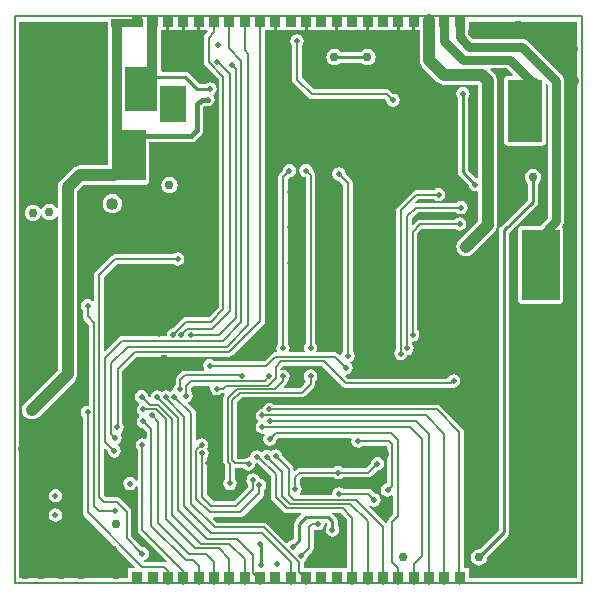
<source format=gbl>
%FSLAX25Y25*%
%MOIN*%
G70*
G01*
G75*
G04 Layer_Physical_Order=2*
G04 Layer_Color=16711680*
%ADD10C,0.01500*%
%ADD11C,0.00800*%
%ADD12C,0.01000*%
%ADD13R,0.07874X0.07874*%
%ADD14O,0.01969X0.03543*%
%ADD15R,0.01969X0.03543*%
%ADD16O,0.01969X0.03543*%
%ADD17R,0.03937X0.05118*%
%ADD18R,0.02362X0.02362*%
%ADD19R,0.02756X0.03347*%
%ADD20R,0.02362X0.02362*%
%ADD21R,0.03347X0.02756*%
%ADD22R,0.07874X0.07874*%
%ADD23R,0.01181X0.01378*%
%ADD24R,0.00984X0.01378*%
%ADD25R,0.01181X0.01181*%
%ADD26R,0.03937X0.03150*%
%ADD27R,0.07874X0.06000*%
%ADD28R,0.07000X0.03150*%
%ADD29R,0.08268X0.02756*%
%ADD30R,0.04843X0.02559*%
%ADD31R,0.03347X0.01575*%
%ADD32R,0.11811X0.08661*%
%ADD33R,0.05906X0.03937*%
%ADD34R,0.03937X0.02362*%
%ADD35O,0.04724X0.00984*%
%ADD36O,0.00984X0.04724*%
%ADD37O,0.01772X0.04724*%
%ADD38O,0.04724X0.01772*%
%ADD39R,0.01772X0.04724*%
%ADD40R,0.06693X0.07874*%
%ADD41R,0.15748X0.09843*%
%ADD42R,0.07087X0.08661*%
%ADD43O,0.05906X0.09843*%
%ADD44R,0.05315X0.02559*%
%ADD45R,0.02362X0.03937*%
%ADD46R,0.02362X0.05906*%
%ADD47R,0.09843X0.01969*%
%ADD48R,0.03150X0.03937*%
%ADD49R,0.11811X0.09843*%
%ADD50O,0.02362X0.07087*%
%ADD51O,0.07087X0.02362*%
%ADD52C,0.02000*%
%ADD53C,0.03000*%
%ADD54C,0.04000*%
%ADD55C,0.00500*%
%ADD56C,0.00600*%
%ADD57R,0.13900X0.08300*%
%ADD58R,0.12600X0.12100*%
%ADD59R,0.08000X0.21700*%
%ADD60R,0.12900X0.12000*%
%ADD61R,0.20000X0.24300*%
%ADD62R,0.17900X0.23800*%
%ADD63R,0.03543X0.03937*%
%ADD64C,0.02000*%
%ADD65C,0.03000*%
%ADD66C,0.04000*%
%ADD67R,0.01969X0.07874*%
%ADD68R,0.08800X0.12000*%
%ADD69R,0.11500X0.17000*%
%ADD70R,0.03600X0.47300*%
%ADD71R,0.10500X0.02800*%
%ADD72R,0.03700X0.17600*%
%ADD73R,0.06000X0.01400*%
%ADD74R,0.10800X0.14700*%
%ADD75R,0.11600X0.20800*%
%ADD76R,0.12800X0.23400*%
G36*
X65157Y65284D02*
X65036Y64675D01*
X65206Y63816D01*
X65693Y63089D01*
X66420Y62603D01*
X67279Y62432D01*
X68137Y62603D01*
X68865Y63089D01*
X68903Y63146D01*
X69400D01*
X69529Y63171D01*
X69901Y62799D01*
X69916Y62777D01*
X69587Y62285D01*
X69471Y61700D01*
Y57000D01*
X69471Y57000D01*
X69471D01*
Y40300D01*
X69587Y39715D01*
X69919Y39219D01*
X70171Y38967D01*
Y34724D01*
X70114Y34686D01*
X69628Y33958D01*
X69457Y33100D01*
X69628Y32242D01*
X70114Y31514D01*
X70842Y31028D01*
X71700Y30857D01*
X72558Y31028D01*
X73286Y31514D01*
X73772Y32242D01*
X73943Y33100D01*
X73772Y33958D01*
X73286Y34686D01*
X73229Y34724D01*
Y38131D01*
X73400Y38271D01*
X76140D01*
X76314Y38010D01*
X77042Y37524D01*
X77900Y37353D01*
X78758Y37524D01*
X79486Y38010D01*
X79972Y38738D01*
X80114Y39451D01*
X80530Y39729D01*
X80600Y39715D01*
X80998Y39794D01*
X85269Y35524D01*
Y28600D01*
X85269Y28600D01*
X85269D01*
X85393Y27976D01*
X85747Y27446D01*
X89521Y23672D01*
X90051Y23318D01*
X90675Y23194D01*
X95189D01*
X95381Y22732D01*
X93574Y20926D01*
X93199Y20363D01*
X93067Y19700D01*
Y14818D01*
X92340Y14091D01*
X91742Y13972D01*
X91014Y13486D01*
X90893Y13306D01*
X90396Y13257D01*
X84099Y19554D01*
X83570Y19907D01*
X82946Y20031D01*
X67276D01*
X66000Y21307D01*
X66192Y21769D01*
X75100D01*
X75724Y21893D01*
X76253Y22246D01*
X82653Y28646D01*
X83007Y29176D01*
X83131Y29800D01*
X83131Y29800D01*
X83131Y29800D01*
Y29800D01*
Y30982D01*
X83572Y31642D01*
X83743Y32500D01*
X83572Y33358D01*
X83086Y34086D01*
X82358Y34572D01*
X81500Y34743D01*
X81437Y34731D01*
X81372Y35058D01*
X80886Y35786D01*
X80158Y36272D01*
X79300Y36443D01*
X78442Y36272D01*
X77714Y35786D01*
X77228Y35058D01*
X77057Y34200D01*
X77228Y33342D01*
X77669Y32682D01*
Y31976D01*
X73024Y27331D01*
X65976D01*
X63931Y29376D01*
Y41682D01*
X64372Y42342D01*
X64543Y43200D01*
X64372Y44058D01*
X63994Y44625D01*
X64272Y45042D01*
X64443Y45900D01*
X64272Y46758D01*
X63786Y47486D01*
X63058Y47972D01*
X62200Y48143D01*
X61342Y47972D01*
X60772Y47592D01*
X60331Y47828D01*
Y56411D01*
X60207Y57035D01*
X59854Y57565D01*
X57635Y59783D01*
X57780Y60261D01*
X57901Y60285D01*
X58629Y60771D01*
X59115Y61499D01*
X59286Y62357D01*
X59115Y63216D01*
X58629Y63944D01*
X58572Y63981D01*
Y64909D01*
X59333Y65671D01*
X64840D01*
X65157Y65284D01*
D02*
G37*
G36*
X110770Y21023D02*
Y4837D01*
X96232D01*
Y6745D01*
X96198Y6916D01*
X96258Y6928D01*
X96986Y7414D01*
X97472Y8142D01*
X97627Y8920D01*
X99054Y10346D01*
X99407Y10876D01*
X99531Y11500D01*
Y17505D01*
X99972Y17741D01*
X100142Y17628D01*
X101000Y17457D01*
X101858Y17628D01*
X102586Y18114D01*
X103072Y18842D01*
X103243Y19700D01*
X103227Y19780D01*
X103415Y20009D01*
X103915Y20034D01*
X104067Y19882D01*
Y18966D01*
X103728Y18458D01*
X103557Y17600D01*
X103728Y16742D01*
X104214Y16014D01*
X104942Y15528D01*
X105800Y15357D01*
X106658Y15528D01*
X107386Y16014D01*
X107872Y16742D01*
X108043Y17600D01*
X107872Y18458D01*
X107533Y18966D01*
Y20600D01*
X107401Y21263D01*
X107026Y21826D01*
X105726Y23126D01*
X105746Y23194D01*
X108599D01*
X110770Y21023D01*
D02*
G37*
G36*
X133374Y184139D02*
X134872D01*
Y174100D01*
X134982Y173265D01*
X135305Y172486D01*
X135818Y171818D01*
X140718Y166918D01*
X141386Y166405D01*
X142165Y166082D01*
X143000Y165972D01*
X154263D01*
X154372Y165863D01*
Y135144D01*
X153986Y134827D01*
X153660Y134891D01*
X151033Y137518D01*
Y161634D01*
X151372Y162142D01*
X151543Y163000D01*
X151372Y163858D01*
X150886Y164586D01*
X150158Y165072D01*
X149300Y165243D01*
X148442Y165072D01*
X147714Y164586D01*
X147228Y163858D01*
X147057Y163000D01*
X147228Y162142D01*
X147567Y161634D01*
Y136800D01*
X147699Y136137D01*
X148074Y135574D01*
X148074Y135574D01*
X148074Y135574D01*
X151209Y132440D01*
X151328Y131842D01*
X151814Y131114D01*
X152542Y130628D01*
X153400Y130457D01*
X153986Y130573D01*
X154372Y130256D01*
Y120637D01*
X148018Y114282D01*
X147505Y113614D01*
X147182Y112835D01*
X147072Y112000D01*
X147182Y111165D01*
X147505Y110386D01*
X148018Y109718D01*
X148686Y109205D01*
X149465Y108882D01*
X150300Y108772D01*
X151135Y108882D01*
X151914Y109205D01*
X152582Y109718D01*
X159882Y117018D01*
X160395Y117686D01*
X160718Y118465D01*
X160718Y118465D01*
X160718Y118465D01*
X160828Y119300D01*
Y167200D01*
X160828Y167200D01*
X160828Y167200D01*
Y167200D01*
X160828D01*
X160828Y167200D01*
X160718Y168035D01*
X160395Y168814D01*
X159882Y169482D01*
X158350Y171015D01*
X158541Y171477D01*
X163772D01*
X165863Y169385D01*
X165672Y168923D01*
X164200D01*
X163732Y168830D01*
X163335Y168565D01*
X163070Y168168D01*
X162977Y167700D01*
Y146900D01*
X163070Y146432D01*
X163335Y146035D01*
X163732Y145770D01*
X164200Y145677D01*
X175800D01*
X176268Y145770D01*
X176665Y146035D01*
X176930Y146432D01*
X177023Y146900D01*
Y166172D01*
X177261Y166270D01*
X177677Y165992D01*
Y121608D01*
X174893Y118824D01*
X168800D01*
X168332Y118730D01*
X167935Y118465D01*
X167670Y118068D01*
X167577Y117600D01*
Y94200D01*
X167670Y93732D01*
X167935Y93335D01*
X168332Y93070D01*
X168800Y92976D01*
X181600D01*
X182068Y93070D01*
X182465Y93335D01*
X182730Y93732D01*
X182824Y94200D01*
Y117600D01*
X182730Y118068D01*
X182465Y118465D01*
X182428Y118688D01*
X182758Y119118D01*
X183030Y119775D01*
X183123Y120480D01*
Y167300D01*
X183041Y167923D01*
X183030Y168005D01*
X182758Y168662D01*
X182326Y169226D01*
X171026Y180526D01*
X170462Y180958D01*
X169805Y181230D01*
X169100Y181323D01*
X152628D01*
X150923Y183028D01*
Y184139D01*
X151200D01*
Y186837D01*
X187498D01*
Y1478D01*
X151200D01*
Y4837D01*
X149731D01*
Y20000D01*
X149731Y20000D01*
X149731Y20000D01*
Y20000D01*
Y50200D01*
X149607Y50824D01*
X149253Y51354D01*
X141747Y58860D01*
X141218Y59214D01*
X140594Y59338D01*
X86312D01*
X85652Y59779D01*
X84794Y59949D01*
X83935Y59779D01*
X83208Y59292D01*
X82721Y58565D01*
X82600Y57954D01*
X82462Y57981D01*
X81604Y57810D01*
X80876Y57324D01*
X80390Y56596D01*
X80219Y55738D01*
X80390Y54879D01*
X80876Y54152D01*
X81093Y54007D01*
Y53507D01*
X80913Y53387D01*
X80427Y52659D01*
X80256Y51801D01*
X80427Y50942D01*
X80913Y50215D01*
X81641Y49728D01*
X82499Y49558D01*
X82955Y49648D01*
X83232Y49233D01*
X82891Y48722D01*
X82721Y47864D01*
X82891Y47005D01*
X83378Y46278D01*
X84105Y45791D01*
X84964Y45621D01*
X85822Y45791D01*
X86550Y46278D01*
X87036Y47005D01*
X87191Y47784D01*
X87676Y48269D01*
X111975D01*
X112293Y47882D01*
X112157Y47200D01*
X112328Y46342D01*
X112814Y45614D01*
X113542Y45128D01*
X114400Y44957D01*
X115258Y45128D01*
X115918Y45569D01*
X124024D01*
X124069Y45524D01*
Y33093D01*
X123362Y32952D01*
X122634Y32466D01*
X122148Y31738D01*
X121977Y30880D01*
X122148Y30021D01*
X122634Y29294D01*
X123362Y28808D01*
X124220Y28637D01*
X125079Y28808D01*
X125684Y29212D01*
X126125Y28976D01*
Y22932D01*
X124547Y21353D01*
X124193Y20824D01*
X124069Y20200D01*
Y20092D01*
X123607Y19900D01*
X118047Y25460D01*
X118364Y25847D01*
X118842Y25528D01*
X119700Y25357D01*
X120558Y25528D01*
X121286Y26014D01*
X121772Y26742D01*
X121943Y27600D01*
X121772Y28458D01*
X121286Y29186D01*
X120558Y29672D01*
X119780Y29827D01*
X118853Y30753D01*
X118324Y31107D01*
X117700Y31231D01*
X109518D01*
X108858Y31672D01*
X108000Y31843D01*
X107142Y31672D01*
X106414Y31186D01*
X105928Y30458D01*
X105757Y29600D01*
X105762Y29573D01*
X105445Y29187D01*
X95205D01*
X94970Y29628D01*
X95417Y30297D01*
X95588Y31155D01*
X95417Y32014D01*
X94976Y32674D01*
Y34369D01*
X95676Y35069D01*
X106182D01*
X106842Y34628D01*
X107700Y34457D01*
X108558Y34628D01*
X109218Y35069D01*
X117800D01*
X118424Y35193D01*
X118954Y35546D01*
X118954Y35546D01*
X118954Y35546D01*
X120880Y37473D01*
X121658Y37628D01*
X122386Y38114D01*
X122872Y38842D01*
X123043Y39700D01*
X122872Y40558D01*
X122386Y41286D01*
X121658Y41772D01*
X120800Y41943D01*
X119942Y41772D01*
X119214Y41286D01*
X118728Y40558D01*
X118573Y39780D01*
X117124Y38331D01*
X109218D01*
X108558Y38772D01*
X107700Y38943D01*
X106842Y38772D01*
X106182Y38331D01*
X95000D01*
X94376Y38207D01*
X93846Y37854D01*
X93293Y37300D01*
X92831Y37492D01*
Y37900D01*
X92707Y38524D01*
X92353Y39053D01*
X89127Y42280D01*
X88972Y43058D01*
X88486Y43786D01*
X87758Y44272D01*
X86900Y44443D01*
X86042Y44272D01*
X85314Y43786D01*
X85306Y43774D01*
X84858Y44072D01*
X84000Y44243D01*
X83142Y44072D01*
X82414Y43586D01*
X82386Y43544D01*
X82186D01*
X81458Y44031D01*
X80600Y44201D01*
X79742Y44031D01*
X79014Y43544D01*
X78528Y42817D01*
X78386Y42103D01*
X77970Y41825D01*
X77900Y41839D01*
X77042Y41668D01*
X76534Y41329D01*
X74033D01*
X73929Y41434D01*
Y60167D01*
X75533Y61771D01*
X95529D01*
X96114Y61887D01*
X96610Y62219D01*
X96610Y62219D01*
X96610Y62219D01*
X99610Y65219D01*
X99941Y65715D01*
X100058Y66300D01*
Y67204D01*
X100115Y67242D01*
X100601Y67970D01*
X100772Y68828D01*
X100601Y69687D01*
X100115Y70415D01*
X99387Y70901D01*
X98528Y71072D01*
X97670Y70901D01*
X96942Y70415D01*
X96456Y69687D01*
X96285Y68828D01*
X96456Y67970D01*
X96942Y67242D01*
X96206Y66140D01*
X94895Y64829D01*
X89846D01*
X89654Y65291D01*
X90439Y66076D01*
X90770Y66572D01*
X90878Y67113D01*
X90943Y67157D01*
X91430Y67884D01*
X91600Y68743D01*
X91430Y69601D01*
X90943Y70329D01*
X90215Y70815D01*
X89357Y70986D01*
X88816Y70878D01*
X88429Y71196D01*
Y71367D01*
X89433Y72371D01*
X102366D01*
X109419Y65319D01*
X109419D01*
X109419Y65319D01*
X109419Y65319D01*
Y65319D01*
X109915Y64987D01*
X110500Y64871D01*
X145350D01*
X145936Y64987D01*
X146054Y65066D01*
X146225Y65032D01*
X147084Y65202D01*
X147811Y65689D01*
X148298Y66416D01*
X148468Y67275D01*
X148298Y68133D01*
X147811Y68861D01*
X147084Y69347D01*
X146225Y69518D01*
X145367Y69347D01*
X144639Y68861D01*
X144153Y68133D01*
X144112Y67929D01*
X111134D01*
X110093Y68970D01*
X110300Y69357D01*
X111158Y69528D01*
X111886Y70014D01*
X112372Y70742D01*
X112543Y71600D01*
X112372Y72458D01*
X111886Y73186D01*
X111780Y73257D01*
X111821Y73465D01*
X112549Y73951D01*
X113035Y74679D01*
X113206Y75537D01*
X113035Y76395D01*
X112594Y77055D01*
Y133237D01*
X112470Y133861D01*
X112117Y134390D01*
X110227Y136280D01*
X110072Y137058D01*
X109586Y137786D01*
X108858Y138272D01*
X108000Y138443D01*
X107142Y138272D01*
X106414Y137786D01*
X105928Y137058D01*
X105757Y136200D01*
X105928Y135342D01*
X106414Y134614D01*
X107142Y134128D01*
X107920Y133973D01*
X109332Y132561D01*
Y77055D01*
X108891Y76395D01*
X108791Y75895D01*
X108313Y75750D01*
X107781Y76281D01*
X107285Y76613D01*
X106700Y76729D01*
X100636D01*
X100401Y77170D01*
X100601Y77470D01*
X100772Y78329D01*
X100601Y79187D01*
X100160Y79847D01*
Y135851D01*
X100036Y136476D01*
X99682Y137005D01*
X99238Y137449D01*
X99083Y138227D01*
X98597Y138955D01*
X97869Y139441D01*
X97011Y139612D01*
X96153Y139441D01*
X95425Y138955D01*
X94939Y138227D01*
X94768Y137369D01*
X94939Y136511D01*
X95425Y135783D01*
X96153Y135297D01*
X96897Y135148D01*
Y79847D01*
X96456Y79187D01*
X96285Y78329D01*
X96456Y77470D01*
X96657Y77170D01*
X96421Y76729D01*
X91579D01*
X91344Y77170D01*
X91430Y77299D01*
X91600Y78157D01*
X91430Y79015D01*
X90988Y79676D01*
Y134551D01*
X91579Y135142D01*
X92358Y135297D01*
X93085Y135783D01*
X93572Y136511D01*
X93742Y137369D01*
X93572Y138227D01*
X93085Y138955D01*
X92358Y139441D01*
X91499Y139612D01*
X90641Y139441D01*
X89913Y138955D01*
X89427Y138227D01*
X89272Y137449D01*
X88204Y136380D01*
X87850Y135851D01*
X87726Y135227D01*
Y79676D01*
X87285Y79015D01*
X87114Y78157D01*
X87285Y77299D01*
X87371Y77170D01*
X87135Y76729D01*
X86700D01*
X86115Y76613D01*
X85619Y76281D01*
X83183Y73846D01*
X66541D01*
X66503Y73903D01*
X65775Y74389D01*
X64917Y74560D01*
X64058Y74389D01*
X63331Y73903D01*
X62844Y73175D01*
X62673Y72317D01*
X62844Y71458D01*
X63121Y71044D01*
X62885Y70603D01*
X56548D01*
X55963Y70487D01*
X55467Y70155D01*
X53993Y68681D01*
X53661Y68185D01*
X53545Y67600D01*
Y66024D01*
X53488Y65986D01*
X53002Y65258D01*
X52831Y64400D01*
X52831Y64400D01*
X52831Y64400D01*
X52672Y64162D01*
X52247Y64078D01*
X51574Y63628D01*
X51058Y63972D01*
X50200Y64143D01*
X49342Y63972D01*
X48850Y63644D01*
X48358Y63972D01*
X47500Y64143D01*
X46642Y63972D01*
X45914Y63486D01*
X45428Y62758D01*
X45265Y61940D01*
X44786Y61795D01*
X44464Y62117D01*
X44309Y62895D01*
X43823Y63623D01*
X43095Y64109D01*
X42237Y64280D01*
X41379Y64109D01*
X40651Y63623D01*
X40165Y62895D01*
X39994Y62037D01*
X40165Y61179D01*
X40651Y60451D01*
X41379Y59965D01*
X41391Y59962D01*
X41489Y59472D01*
X41220Y59292D01*
X40734Y58565D01*
X40563Y57706D01*
X40734Y56848D01*
X41220Y56120D01*
X41400Y56000D01*
Y55500D01*
X41183Y55355D01*
X40697Y54628D01*
X40526Y53769D01*
X40697Y52911D01*
X41183Y52183D01*
X41911Y51697D01*
X42689Y51542D01*
X43869Y50363D01*
Y48154D01*
X43428Y47918D01*
X43354Y47968D01*
X42495Y48138D01*
X41637Y47968D01*
X40909Y47481D01*
X40423Y46754D01*
X40252Y45895D01*
X40423Y45037D01*
X40864Y44377D01*
Y34046D01*
X40385Y33901D01*
X39928Y34586D01*
X39200Y35072D01*
X38342Y35243D01*
X37483Y35072D01*
X36756Y34586D01*
X36269Y33858D01*
X36099Y33000D01*
X36269Y32142D01*
X36756Y31414D01*
X37483Y30928D01*
X38342Y30757D01*
X39200Y30928D01*
X39928Y31414D01*
X40385Y32099D01*
X40864Y31954D01*
Y17605D01*
X40864Y17605D01*
X40864D01*
X40988Y16980D01*
X41342Y16451D01*
X50541Y7252D01*
X50305Y6811D01*
X49700Y6931D01*
X43293D01*
X42996Y7333D01*
X43066Y7565D01*
X43362Y7624D01*
X44090Y8110D01*
X44576Y8838D01*
X44747Y9696D01*
X44576Y10554D01*
X44090Y11282D01*
X43362Y11768D01*
X42504Y11939D01*
X42474Y11933D01*
X38831Y15576D01*
Y23700D01*
X38707Y24324D01*
X38353Y24854D01*
X35254Y27953D01*
X34724Y28307D01*
X34100Y28431D01*
X30376D01*
X29531Y29276D01*
Y44508D01*
X29993Y44700D01*
X30873Y43820D01*
X31028Y43042D01*
X31514Y42314D01*
X32242Y41828D01*
X33100Y41657D01*
X33958Y41828D01*
X34686Y42314D01*
X35172Y43042D01*
X35343Y43900D01*
X35172Y44758D01*
X34686Y45486D01*
X33958Y45972D01*
X34258Y46128D01*
X34258D01*
X34986Y46614D01*
X35472Y47342D01*
X35643Y48200D01*
X35472Y49058D01*
X35201Y49464D01*
X35298Y49955D01*
X35686Y50214D01*
X36172Y50942D01*
X36343Y51800D01*
X36172Y52658D01*
X35831Y53169D01*
Y70524D01*
X40576Y75269D01*
X71500D01*
X72124Y75393D01*
X72654Y75747D01*
X72654Y75747D01*
X72654Y75747D01*
X82846Y85939D01*
X83200Y86469D01*
X83324Y87093D01*
X83324Y87093D01*
X83324Y87093D01*
Y87093D01*
Y184139D01*
X86311D01*
Y187498D01*
X87311D01*
Y184139D01*
X96547D01*
Y187498D01*
X97547D01*
Y184139D01*
X106783D01*
Y187498D01*
X107783D01*
Y184139D01*
X117020D01*
Y187498D01*
X118020D01*
Y184139D01*
X127256D01*
Y187498D01*
X128256D01*
Y184139D01*
X132374D01*
Y187498D01*
X133374D01*
Y184139D01*
D02*
G37*
G36*
X61721D02*
X64079D01*
X64270Y183677D01*
X63422Y182829D01*
X63069Y182300D01*
X62944Y181676D01*
Y173524D01*
X63069Y172900D01*
X63422Y172371D01*
X67869Y167924D01*
Y91776D01*
X64724Y88631D01*
X57113D01*
X56489Y88507D01*
X55959Y88153D01*
X52612Y84806D01*
X51942Y84672D01*
X51214Y84186D01*
X50728Y83458D01*
X50557Y82600D01*
X50254Y82231D01*
X35800D01*
X35176Y82107D01*
X34646Y81753D01*
X29993Y77100D01*
X29531Y77292D01*
Y101724D01*
X34013Y106206D01*
X52719D01*
X53379Y105765D01*
X54238Y105595D01*
X55096Y105765D01*
X55824Y106252D01*
X56310Y106979D01*
X56481Y107838D01*
X56310Y108696D01*
X55824Y109424D01*
X55096Y109910D01*
X54238Y110081D01*
X53379Y109910D01*
X52719Y109469D01*
X33338D01*
X32713Y109345D01*
X32184Y108991D01*
X26746Y103553D01*
X26393Y103024D01*
X26269Y102400D01*
Y94025D01*
X25790Y93880D01*
X25786Y93886D01*
X25058Y94372D01*
X24200Y94543D01*
X23342Y94372D01*
X22614Y93886D01*
X22128Y93158D01*
X21957Y92300D01*
X22128Y91442D01*
X22569Y90782D01*
Y88800D01*
X22693Y88176D01*
X23046Y87647D01*
X24669Y86024D01*
Y59344D01*
X24282Y59027D01*
X24200Y59043D01*
X23342Y58872D01*
X22614Y58386D01*
X22128Y57658D01*
X21957Y56800D01*
X22128Y55942D01*
X22569Y55282D01*
Y23500D01*
X22569Y23500D01*
X22569D01*
X22693Y22876D01*
X23046Y22346D01*
X40094Y5299D01*
X39903Y4837D01*
X37776D01*
Y1478D01*
X1478D01*
Y186837D01*
X30876D01*
Y185000D01*
Y150900D01*
X30876Y150900D01*
X30876D01*
Y140500D01*
Y139128D01*
X21700D01*
X20865Y139018D01*
X20086Y138695D01*
X19418Y138182D01*
X15318Y134082D01*
X14805Y133414D01*
X14482Y132635D01*
X14372Y131800D01*
Y124902D01*
X13882Y124805D01*
X13858Y124862D01*
X13426Y125426D01*
X12862Y125858D01*
X12205Y126130D01*
X11500Y126223D01*
X10795Y126130D01*
X10138Y125858D01*
X9574Y125426D01*
X9142Y124862D01*
X8959Y124420D01*
X8459D01*
X8359Y124662D01*
X7926Y125226D01*
X7362Y125658D01*
X6705Y125931D01*
X6000Y126023D01*
X5295Y125931D01*
X4638Y125658D01*
X4074Y125226D01*
X3642Y124662D01*
X3370Y124005D01*
X3277Y123300D01*
X3370Y122595D01*
X3642Y121938D01*
X4074Y121374D01*
X4638Y120942D01*
X5295Y120669D01*
X6000Y120577D01*
X6705Y120669D01*
X7362Y120942D01*
X7926Y121374D01*
X8359Y121938D01*
X8541Y122380D01*
X9041D01*
X9142Y122138D01*
X9574Y121574D01*
X10138Y121142D01*
X10795Y120870D01*
X11500Y120777D01*
X12205Y120870D01*
X12862Y121142D01*
X13426Y121574D01*
X13858Y122138D01*
X13882Y122195D01*
X14372Y122098D01*
Y70937D01*
X3318Y59882D01*
X2805Y59214D01*
X2482Y58435D01*
X2372Y57600D01*
X2482Y56765D01*
X2805Y55986D01*
X3318Y55318D01*
X3986Y54805D01*
X4765Y54482D01*
X5600Y54372D01*
X6435Y54482D01*
X7214Y54805D01*
X7882Y55318D01*
X19882Y67318D01*
X20395Y67986D01*
X20395Y67986D01*
X20395Y67986D01*
X20718Y68765D01*
X20828Y69600D01*
Y130463D01*
X23037Y132672D01*
X33100D01*
X33131Y132676D01*
X43600D01*
X44068Y132770D01*
X44465Y133035D01*
X44730Y133432D01*
X44824Y133900D01*
Y146812D01*
X58800D01*
X59561Y146963D01*
X60206Y147394D01*
X62206Y149394D01*
X62637Y150039D01*
X62788Y150800D01*
X62788Y150800D01*
X62788Y150800D01*
Y150800D01*
Y158577D01*
X63223Y159012D01*
X63316D01*
X63442Y158928D01*
X64300Y158757D01*
X65158Y158928D01*
X65886Y159414D01*
X66372Y160142D01*
X66543Y161000D01*
X66372Y161858D01*
X65946Y162497D01*
X65958Y162528D01*
X66686Y163014D01*
X67172Y163742D01*
X67343Y164600D01*
X67172Y165458D01*
X66686Y166186D01*
X65958Y166672D01*
X65100Y166843D01*
X64242Y166672D01*
X63734Y166333D01*
X61318D01*
X57926Y169726D01*
X57363Y170101D01*
X56700Y170233D01*
X49327D01*
X48730Y170632D01*
X48823Y171100D01*
Y184139D01*
X50484D01*
Y187498D01*
X51484D01*
Y184139D01*
X55602D01*
Y187498D01*
X56602D01*
Y184139D01*
X60720D01*
Y187498D01*
X61721D01*
Y184139D01*
D02*
G37*
%LPC*%
G36*
X32458Y129528D02*
X31623Y129418D01*
X30845Y129095D01*
X30176Y128582D01*
X29663Y127914D01*
X29341Y127135D01*
X29231Y126300D01*
X29341Y125465D01*
X29663Y124686D01*
X30176Y124018D01*
X30845Y123505D01*
X31623Y123182D01*
X32458Y123072D01*
X33294Y123182D01*
X34072Y123505D01*
X34740Y124018D01*
X35254Y124686D01*
X35576Y125465D01*
X35686Y126300D01*
X35576Y127135D01*
X35254Y127914D01*
X34740Y128582D01*
X34072Y129095D01*
X33294Y129418D01*
X32458Y129528D01*
D02*
G37*
G36*
X13500Y31243D02*
X12642Y31072D01*
X11914Y30586D01*
X11428Y29858D01*
X11257Y29000D01*
X11428Y28142D01*
X11914Y27414D01*
X12642Y26928D01*
X13500Y26757D01*
X14358Y26928D01*
X15086Y27414D01*
X15572Y28142D01*
X15743Y29000D01*
X15572Y29858D01*
X15086Y30586D01*
X14358Y31072D01*
X13500Y31243D01*
D02*
G37*
G36*
Y24743D02*
X12642Y24572D01*
X11914Y24086D01*
X11428Y23358D01*
X11257Y22500D01*
X11428Y21642D01*
X11914Y20914D01*
X12642Y20428D01*
X13500Y20257D01*
X14358Y20428D01*
X15086Y20914D01*
X15572Y21642D01*
X15743Y22500D01*
X15572Y23358D01*
X15086Y24086D01*
X14358Y24572D01*
X13500Y24743D01*
D02*
G37*
G36*
X94000Y182743D02*
X93142Y182572D01*
X92414Y182086D01*
X91928Y181358D01*
X91757Y180500D01*
X91928Y179642D01*
X92369Y178982D01*
Y167700D01*
X92493Y167076D01*
X92847Y166546D01*
X97746Y161646D01*
X98276Y161293D01*
X98900Y161169D01*
X123324D01*
X123773Y160720D01*
X123928Y159942D01*
X124414Y159214D01*
X125142Y158728D01*
X126000Y158557D01*
X126858Y158728D01*
X127586Y159214D01*
X128072Y159942D01*
X128243Y160800D01*
X128072Y161658D01*
X127586Y162386D01*
X126858Y162872D01*
X126080Y163027D01*
X125154Y163953D01*
X124624Y164307D01*
X124000Y164431D01*
X99576D01*
X95631Y168376D01*
Y178982D01*
X96072Y179642D01*
X96243Y180500D01*
X96072Y181358D01*
X95586Y182086D01*
X94858Y182572D01*
X94000Y182743D01*
D02*
G37*
G36*
X117500Y177823D02*
X116795Y177731D01*
X116138Y177458D01*
X115574Y177026D01*
X115427Y176833D01*
X108573D01*
X108426Y177026D01*
X107862Y177458D01*
X107205Y177731D01*
X106500Y177823D01*
X105795Y177731D01*
X105138Y177458D01*
X104574Y177026D01*
X104142Y176462D01*
X103869Y175805D01*
X103777Y175100D01*
X103869Y174395D01*
X104142Y173738D01*
X104574Y173174D01*
X105138Y172742D01*
X105795Y172469D01*
X106500Y172377D01*
X107205Y172469D01*
X107862Y172742D01*
X108426Y173174D01*
X108573Y173367D01*
X115427D01*
X115574Y173174D01*
X116138Y172742D01*
X116795Y172469D01*
X117500Y172377D01*
X118205Y172469D01*
X118862Y172742D01*
X119426Y173174D01*
X119858Y173738D01*
X120131Y174395D01*
X120223Y175100D01*
X120131Y175805D01*
X119858Y176462D01*
X119426Y177026D01*
X118862Y177458D01*
X118205Y177731D01*
X117500Y177823D01*
D02*
G37*
G36*
X51500Y135223D02*
X50795Y135131D01*
X50138Y134858D01*
X49574Y134426D01*
X49142Y133862D01*
X48869Y133205D01*
X48777Y132500D01*
X48869Y131795D01*
X49142Y131138D01*
X49574Y130574D01*
X50138Y130142D01*
X50795Y129869D01*
X51500Y129777D01*
X52205Y129869D01*
X52862Y130142D01*
X53426Y130574D01*
X53859Y131138D01*
X54131Y131795D01*
X54223Y132500D01*
X54131Y133205D01*
X53859Y133862D01*
X53426Y134426D01*
X52862Y134858D01*
X52205Y135131D01*
X51500Y135223D01*
D02*
G37*
G36*
X172600Y137823D02*
X171895Y137731D01*
X171238Y137458D01*
X170674Y137026D01*
X170242Y136462D01*
X169969Y135805D01*
X169877Y135100D01*
X169969Y134395D01*
X170242Y133738D01*
X170674Y133174D01*
X170867Y133027D01*
Y127618D01*
X161874Y118626D01*
X161499Y118063D01*
X161367Y117400D01*
Y17518D01*
X154940Y11092D01*
X154700Y11123D01*
X153995Y11030D01*
X153338Y10758D01*
X152774Y10326D01*
X152342Y9762D01*
X152069Y9105D01*
X151977Y8400D01*
X152069Y7695D01*
X152342Y7038D01*
X152774Y6474D01*
X153338Y6042D01*
X153995Y5770D01*
X154700Y5677D01*
X155405Y5770D01*
X156062Y6042D01*
X156626Y6474D01*
X157058Y7038D01*
X157331Y7695D01*
X157423Y8400D01*
X157392Y8640D01*
X164326Y15574D01*
X164701Y16137D01*
X164833Y16800D01*
Y116682D01*
X173826Y125674D01*
X173826Y125674D01*
X173826Y125674D01*
X174201Y126237D01*
X174333Y126900D01*
Y133027D01*
X174526Y133174D01*
X174958Y133738D01*
X175231Y134395D01*
X175323Y135100D01*
X175231Y135805D01*
X174958Y136462D01*
X174526Y137026D01*
X173962Y137458D01*
X173305Y137731D01*
X172600Y137823D01*
D02*
G37*
G36*
X141200Y131543D02*
X140342Y131372D01*
X139614Y130886D01*
X139542Y130778D01*
X133700D01*
X133134Y130666D01*
X132655Y130345D01*
X127555Y125245D01*
X127234Y124766D01*
X127122Y124200D01*
Y77958D01*
X127014Y77886D01*
X126528Y77158D01*
X126357Y76300D01*
X126528Y75442D01*
X127014Y74714D01*
X127742Y74228D01*
X128600Y74057D01*
X129458Y74228D01*
X130186Y74714D01*
X130672Y75442D01*
X130757Y75868D01*
X131558Y76028D01*
X132286Y76514D01*
X132772Y77242D01*
X132943Y78100D01*
X132772Y78958D01*
X132286Y79686D01*
X132178Y79758D01*
Y80047D01*
X132565Y80364D01*
X132600Y80357D01*
X133458Y80528D01*
X134186Y81014D01*
X134672Y81742D01*
X134843Y82600D01*
X134672Y83458D01*
X134186Y84186D01*
X134078Y84258D01*
Y116388D01*
X135712Y118022D01*
X146542D01*
X146614Y117914D01*
X147342Y117428D01*
X148200Y117257D01*
X149058Y117428D01*
X149786Y117914D01*
X150272Y118642D01*
X150443Y119500D01*
X150272Y120358D01*
X149786Y121086D01*
X149058Y121572D01*
X148200Y121743D01*
X147342Y121572D01*
X146614Y121086D01*
X146542Y120978D01*
X135100D01*
X134628Y120885D01*
X134534Y120866D01*
X134055Y120545D01*
X132640Y119131D01*
X132178Y119323D01*
Y121488D01*
X134212Y123522D01*
X147042D01*
X147114Y123414D01*
X147842Y122928D01*
X148700Y122757D01*
X149558Y122928D01*
X150286Y123414D01*
X150772Y124142D01*
X150943Y125000D01*
X150772Y125858D01*
X150286Y126586D01*
X149558Y127072D01*
X148700Y127243D01*
X147842Y127072D01*
X147114Y126586D01*
X147042Y126478D01*
X133623D01*
X133579Y126583D01*
X133495Y127005D01*
X134312Y127822D01*
X139542D01*
X139614Y127714D01*
X140342Y127228D01*
X141200Y127057D01*
X142058Y127228D01*
X142786Y127714D01*
X143272Y128442D01*
X143443Y129300D01*
X143272Y130158D01*
X142786Y130886D01*
X142058Y131372D01*
X141200Y131543D01*
D02*
G37*
%LPD*%
D10*
X60800Y159400D02*
X62400Y161000D01*
X64300D01*
X41300Y148800D02*
X58800D01*
X60800Y150800D02*
Y159400D01*
X58800Y148800D02*
X60800Y150800D01*
D11*
X52800Y82687D02*
X57113Y87000D01*
X65400D01*
X52800Y82600D02*
Y82687D01*
X71500Y13000D02*
X76575Y7925D01*
X62000Y13000D02*
X71500D01*
X52500Y22500D02*
X62000Y13000D01*
X124000Y162800D02*
X126000Y160800D01*
X98900Y162800D02*
X124000D01*
X108000Y29600D02*
X117700D01*
X119700Y27600D01*
X110963Y75537D02*
Y133237D01*
X108000Y136200D02*
X110963Y133237D01*
X97011Y137369D02*
X98528Y135851D01*
Y78329D02*
Y135851D01*
X89357Y78157D02*
Y135227D01*
X91499Y137369D01*
X71457Y178043D02*
Y189276D01*
Y178043D02*
X75500Y174000D01*
X76575Y177425D02*
Y189276D01*
Y177425D02*
X77700Y176300D01*
X46375Y78700D02*
X48100D01*
X37600D02*
X48100D01*
X32112Y73212D02*
X37600Y78700D01*
X32112Y49488D02*
Y73212D01*
Y49488D02*
X33400Y48200D01*
X30000Y74800D02*
X35800Y80600D01*
X30000Y47000D02*
Y74800D01*
Y47000D02*
X33100Y43900D01*
X64576Y181676D02*
X66339Y183439D01*
Y189276D01*
X28000Y23800D02*
X33400D01*
X26300Y25500D02*
X28000Y23800D01*
X42769Y53769D02*
X45500Y51039D01*
X45738Y55738D02*
X47800Y53676D01*
X42806Y57706D02*
X47094D01*
X50200Y54600D01*
X42237Y62037D02*
X45074Y59200D01*
X47700D01*
X52500Y54400D01*
X47500Y61900D02*
X54400Y55000D01*
X50200Y61517D02*
X56500Y55217D01*
X82462Y55738D02*
X137062D01*
X84794Y57706D02*
X140594D01*
X148100Y50200D01*
X114400Y47200D02*
X124700D01*
X125700Y46200D01*
Y32305D02*
Y46200D01*
X124248Y30852D02*
X125700Y32305D01*
X56500Y25600D02*
Y55217D01*
Y25600D02*
X65500Y16600D01*
X54400Y24200D02*
Y55000D01*
Y24200D02*
X64000Y14600D01*
X52500Y22500D02*
Y54400D01*
X148100Y8000D02*
Y20000D01*
Y50200D01*
Y-172D02*
Y20000D01*
Y-172D02*
X148228Y-300D01*
X137062Y55738D02*
X143110Y49690D01*
Y-300D02*
Y49690D01*
X137992Y-300D02*
Y49508D01*
X133731Y53769D02*
X137992Y49508D01*
X84869Y53769D02*
X133731D01*
X125500Y49900D02*
X127756Y47644D01*
X50200Y21200D02*
Y54600D01*
Y21200D02*
X59900Y11500D01*
X47800Y19900D02*
Y53676D01*
Y19900D02*
X58100Y9600D01*
X45500Y18800D02*
Y51039D01*
X42495Y17605D02*
Y45895D01*
X95000Y36700D02*
X107700D01*
X93345Y35045D02*
X95000Y36700D01*
X93345Y31155D02*
Y35045D01*
X26300Y25500D02*
Y86700D01*
X65000Y23400D02*
X75100D01*
X24200Y23500D02*
X42400Y5300D01*
X49700D01*
X50984Y-300D02*
Y4016D01*
X49700Y5300D02*
X50984Y4016D01*
X56102Y-300D02*
Y3998D01*
X42495Y17605D02*
X56102Y3998D01*
X58100Y9600D02*
X63600D01*
X66339Y-300D02*
Y6861D01*
X63600Y9600D02*
X66339Y6861D01*
X71457Y-300D02*
Y7943D01*
X59900Y11500D02*
X67900D01*
X71457Y7943D01*
X76575Y-300D02*
Y7925D01*
X64000Y14600D02*
X74100D01*
X91929Y-300D02*
Y6871D01*
X58700Y26300D02*
X66600Y18400D01*
X58700Y26300D02*
Y56411D01*
X53105Y62006D02*
X58700Y56411D01*
X59495Y7405D02*
X61221Y5680D01*
X45500Y18800D02*
X56895Y7405D01*
X59495D01*
X61221Y-300D02*
Y5680D01*
X122638Y-300D02*
Y18562D01*
X24200Y88800D02*
Y92300D01*
Y88800D02*
X26300Y86700D01*
X131799Y51801D02*
X135600Y48000D01*
Y8900D02*
Y48000D01*
X82499Y51801D02*
X131799D01*
X132900Y4537D02*
Y6200D01*
X132874Y-300D02*
Y6200D01*
X132900D02*
X135600Y8900D01*
X127756Y-300D02*
Y4744D01*
X94000Y167700D02*
Y180500D01*
Y167700D02*
X98900Y162800D01*
X127756Y22256D02*
Y47644D01*
X125700Y20200D02*
X127756Y22256D01*
X125700Y6800D02*
X127756Y4744D01*
X125700Y6800D02*
Y20200D01*
X84964Y47864D02*
X87000Y49900D01*
X125500D01*
X27900Y102400D02*
X33338Y107838D01*
X54238D01*
X24200Y23500D02*
Y56800D01*
X75500Y86800D02*
Y174000D01*
X69300Y80600D02*
X75500Y86800D01*
X35800Y80600D02*
X69300D01*
X58600Y82600D02*
X68100D01*
X73800Y88300D01*
X65700Y84500D02*
X71800Y90600D01*
X65400Y87000D02*
X69500Y91100D01*
X77700Y85800D02*
Y176300D01*
X48100Y78700D02*
X70600D01*
X77700Y85800D01*
X57300Y84500D02*
X65700D01*
X52800Y82600D02*
X53000Y82800D01*
X55400Y82600D02*
X57300Y84500D01*
X27900Y28600D02*
X29700Y26800D01*
X34100D01*
X27900Y28600D02*
Y102400D01*
X34100Y26800D02*
X37200Y23700D01*
Y14900D02*
Y23700D01*
X39900Y76900D02*
X71500D01*
X34200Y71200D02*
X39900Y76900D01*
X34200Y51800D02*
Y71200D01*
X71500Y76900D02*
X81693Y87093D01*
Y189276D01*
X72200Y172700D02*
X73800Y171100D01*
Y88300D02*
Y171100D01*
X67600Y173600D02*
X71800Y169400D01*
X67400Y173600D02*
X67600D01*
X71800Y90600D02*
Y160800D01*
Y169400D01*
X69500Y91100D02*
Y168600D01*
X64576Y173524D02*
Y181676D01*
Y173524D02*
X69500Y168600D01*
X60400Y28000D02*
X65000Y23400D01*
X60400Y28000D02*
Y44100D01*
X62200Y45900D01*
X62300Y28700D02*
X65300Y25700D01*
X62300Y28700D02*
Y43200D01*
X65300Y25700D02*
X73700D01*
X91200Y29300D02*
X92945Y27555D01*
X113645D01*
X122638Y18562D01*
X91645Y26255D02*
X111745D01*
X117520Y20480D01*
X89100Y28800D02*
X91645Y26255D01*
X117520Y-300D02*
Y20480D01*
X90675Y24825D02*
X109275D01*
X112402Y21698D01*
X86900Y28600D02*
X90675Y24825D01*
X112402Y-300D02*
Y21698D01*
X97900Y18431D02*
X99169Y19700D01*
X101000D01*
X80600Y41958D02*
X81142D01*
X86900Y36200D01*
Y28600D02*
Y36200D01*
X84000Y42000D02*
X89100Y36900D01*
Y28800D02*
Y36900D01*
X91200Y29300D02*
Y37900D01*
X86900Y42200D02*
X91200Y37900D01*
X107700Y36700D02*
X117800D01*
X120800Y39700D01*
X73700Y25700D02*
X79300Y31300D01*
Y34200D01*
X75100Y23400D02*
X81500Y29800D01*
Y32500D01*
X74100Y14600D02*
X79500Y9200D01*
Y3343D02*
X81693Y1150D01*
Y-300D02*
Y1150D01*
X79500Y3343D02*
Y9200D01*
X65500Y16600D02*
X82200D01*
X91929Y6871D01*
X66600Y18400D02*
X82946D01*
X94601Y3596D02*
Y6745D01*
Y3596D02*
X97047Y1150D01*
Y-300D02*
Y1150D01*
X82946Y18400D02*
X94601Y6745D01*
X97900Y11500D02*
Y18431D01*
X95400Y9000D02*
X97900Y11500D01*
X37200Y14900D02*
X42150Y9950D01*
D12*
X43400Y168500D02*
X56700D01*
X60600Y164600D02*
X65100D01*
X56700Y168500D02*
X60600Y164600D01*
X106500Y175100D02*
X117500D01*
X149300Y136800D02*
Y163000D01*
Y136800D02*
X153400Y132700D01*
X154700Y8400D02*
X163100Y16800D01*
X172600Y126900D02*
Y135100D01*
X163100Y16800D02*
Y117400D01*
X172600Y126900D01*
X97000Y21900D02*
X104500D01*
X105800Y17600D02*
Y20600D01*
X94800Y19700D02*
X97000Y21900D01*
X104500D02*
X105800Y20600D01*
X94800Y14100D02*
Y19700D01*
X92600Y11900D02*
X94800Y14100D01*
X82000Y6000D02*
Y12600D01*
X81600Y13000D02*
X82000Y12600D01*
X179853Y17691D02*
G03*
X179853Y17691I-1772J0D01*
G01*
Y51155D02*
G03*
X179853Y51155I-1772J0D01*
G01*
D53*
X149400Y174200D02*
X164900D01*
X172700Y166400D01*
X145300Y178300D02*
X149400Y174200D01*
X143100Y180500D02*
X145300Y178300D01*
X143100Y180500D02*
Y187900D01*
X151500Y178600D02*
X169100D01*
X148200Y181900D02*
X151500Y178600D01*
X148200Y181900D02*
Y187700D01*
X169100Y178600D02*
X180400Y167300D01*
Y120480D02*
Y167300D01*
X172600Y112680D02*
X180400Y120480D01*
D54*
X5600Y57600D02*
X17600Y69600D01*
Y131800D01*
X21700Y135900D02*
X33100D01*
X17600Y131800D02*
X21700Y135900D01*
X150300Y112000D02*
X157600Y119300D01*
Y167200D01*
X155600Y169200D02*
X157600Y167200D01*
X143000Y169200D02*
X155600D01*
X138100Y174100D02*
X143000Y169200D01*
X138100Y174100D02*
Y187400D01*
D55*
X128600Y76300D02*
Y124200D01*
X130700Y78100D02*
Y122100D01*
X133700Y129300D02*
X141200D01*
X128600Y124200D02*
X133700Y129300D01*
X132600Y82600D02*
Y117000D01*
X135100Y119500D01*
X148200D01*
X133600Y125000D02*
X148700D01*
X130700Y122100D02*
X133600Y125000D01*
X0Y0D02*
Y188976D01*
Y0D02*
X188976D01*
Y188976D01*
X0D02*
X188976D01*
D56*
X75526Y69074D02*
X75600Y69000D01*
X56548Y69074D02*
X75526D01*
X55074Y64400D02*
Y67600D01*
X56548Y69074D01*
X57042Y62357D02*
Y65543D01*
X58700Y67200D01*
X83200D01*
X84771Y68771D01*
X145350Y66400D02*
X146225Y67275D01*
X110500Y66400D02*
X145350D01*
X106700Y75200D02*
X110300Y71600D01*
X86900Y72000D02*
X88800Y73900D01*
X103000D01*
X110500Y66400D01*
X72400Y40800D02*
X73400Y39800D01*
X71700Y33100D02*
Y39600D01*
X71000Y40300D02*
X71700Y39600D01*
X86900Y68200D02*
Y72000D01*
X70425Y65700D02*
X84400D01*
X86900Y68200D01*
X67279Y64675D02*
X69400D01*
X70425Y65700D01*
X89357Y67157D02*
Y68743D01*
X73900Y64600D02*
X86800D01*
X71000Y61700D02*
X73900Y64600D01*
X71000Y40300D02*
Y57000D01*
Y61700D01*
X86800Y64600D02*
X89357Y67157D01*
X72400Y40800D02*
Y60800D01*
X74900Y63300D01*
X95529D01*
X73400Y39800D02*
X77900D01*
X95529Y63300D02*
X98528Y66300D01*
Y68828D01*
X64917Y72317D02*
X83817D01*
X86700Y75200D01*
X106700D01*
D63*
X148228Y1668D02*
D03*
X143110D02*
D03*
X137992D02*
D03*
X132874D02*
D03*
X127756D02*
D03*
X122638D02*
D03*
X117520D02*
D03*
X112402D02*
D03*
X107283D02*
D03*
X102165D02*
D03*
X97047D02*
D03*
X91929D02*
D03*
X86811D02*
D03*
X81693D02*
D03*
X76575D02*
D03*
X71457D02*
D03*
X66339D02*
D03*
X61221D02*
D03*
X56102D02*
D03*
X50984D02*
D03*
X45866D02*
D03*
X40748D02*
D03*
X40748Y187308D02*
D03*
X45866D02*
D03*
X50984D02*
D03*
X56102D02*
D03*
X61221D02*
D03*
X66339D02*
D03*
X71457D02*
D03*
X76575D02*
D03*
X81693D02*
D03*
X86811D02*
D03*
X91929D02*
D03*
X97047D02*
D03*
X102165D02*
D03*
X107283D02*
D03*
X112402D02*
D03*
X117520D02*
D03*
X122638D02*
D03*
X127756D02*
D03*
X132874D02*
D03*
X137992D02*
D03*
X143110D02*
D03*
X148228D02*
D03*
D64*
X87200Y6100D02*
D03*
X146800Y139600D02*
D03*
X136200Y168300D02*
D03*
X47947Y82979D02*
D03*
X88500Y18100D02*
D03*
X42879Y49600D02*
D03*
X108000Y29600D02*
D03*
X119700Y27600D02*
D03*
X107700Y36700D02*
D03*
X120800Y39700D02*
D03*
X110963Y75537D02*
D03*
X108000Y136200D02*
D03*
X98528Y78329D02*
D03*
X97011Y137369D02*
D03*
X89357Y78157D02*
D03*
X91499Y137369D02*
D03*
X75600Y69000D02*
D03*
X84771Y68771D02*
D03*
X89357Y68743D02*
D03*
X98528Y68828D02*
D03*
X71700Y33100D02*
D03*
X77900Y39596D02*
D03*
X55074Y64400D02*
D03*
X57042Y62357D02*
D03*
X110300Y71600D02*
D03*
X64917Y72317D02*
D03*
X72200Y172700D02*
D03*
X67279Y64675D02*
D03*
X146225Y67275D02*
D03*
X58600Y82600D02*
D03*
X55400D02*
D03*
X67700Y179203D02*
D03*
X34100Y51800D02*
D03*
X33400Y48200D02*
D03*
X64300Y161000D02*
D03*
X33100Y43900D02*
D03*
X67400Y173600D02*
D03*
X54238Y107838D02*
D03*
X38342Y33000D02*
D03*
X13500Y29000D02*
D03*
Y22500D02*
D03*
X24200Y56800D02*
D03*
X42806Y57706D02*
D03*
X45738Y55738D02*
D03*
X42769Y53769D02*
D03*
X42495Y45895D02*
D03*
X53105Y62006D02*
D03*
X50200Y61900D02*
D03*
X47500D02*
D03*
X24200Y92300D02*
D03*
X33400Y23800D02*
D03*
X42237Y62037D02*
D03*
X84794Y57706D02*
D03*
X82462Y55738D02*
D03*
X84869Y53769D02*
D03*
X82499Y51801D02*
D03*
X84964Y47864D02*
D03*
X86900Y42200D02*
D03*
X84000Y42000D02*
D03*
X80600Y41958D02*
D03*
X114400Y47200D02*
D03*
X124220Y30880D02*
D03*
X93345Y31155D02*
D03*
X62200Y45900D02*
D03*
X79300Y34200D02*
D03*
X81500Y32500D02*
D03*
X128600Y76300D02*
D03*
X130700Y78100D02*
D03*
X148700Y125000D02*
D03*
X141200Y129300D02*
D03*
X132600Y82600D02*
D03*
X148200Y119500D02*
D03*
X64300Y39800D02*
D03*
X42504Y9696D02*
D03*
X95400Y9000D02*
D03*
X101000Y19700D02*
D03*
X81600Y13000D02*
D03*
X82000Y6000D02*
D03*
X92600Y11900D02*
D03*
X94000Y180500D02*
D03*
X126000Y160800D02*
D03*
X65100Y164600D02*
D03*
X153400Y132700D02*
D03*
X149300Y163000D02*
D03*
X52800Y82600D02*
D03*
X62300Y43200D02*
D03*
X105800Y17600D02*
D03*
X105300Y40300D02*
D03*
X110900Y41900D02*
D03*
D65*
X55400Y155800D02*
D03*
X55300Y163100D02*
D03*
X39918Y158700D02*
D03*
Y163505D02*
D03*
X133200Y162100D02*
D03*
X101300Y170800D02*
D03*
X111300Y171000D02*
D03*
X62200Y50800D02*
D03*
X123200Y42900D02*
D03*
X108200Y44500D02*
D03*
X145500Y58100D02*
D03*
X11500Y93800D02*
D03*
X122100Y79000D02*
D03*
X157300Y26300D02*
D03*
X41300Y148800D02*
D03*
X41400Y142900D02*
D03*
X41300Y137600D02*
D03*
X51500Y132500D02*
D03*
X6000Y123300D02*
D03*
X11500Y123500D02*
D03*
X117500Y175100D02*
D03*
X106500D02*
D03*
X129400Y8400D02*
D03*
X154700D02*
D03*
X172600Y135100D02*
D03*
X18400Y57600D02*
D03*
X18300Y63300D02*
D03*
X22800Y67200D02*
D03*
X3000Y67100D02*
D03*
X2400Y44700D02*
D03*
X8200Y13400D02*
D03*
X14800Y13200D02*
D03*
X21700Y13300D02*
D03*
X21800Y7800D02*
D03*
X15100D02*
D03*
X8100Y8500D02*
D03*
X20100Y30300D02*
D03*
X33800Y19500D02*
D03*
X32600Y10900D02*
D03*
X23600Y111000D02*
D03*
X29300D02*
D03*
X37500Y111600D02*
D03*
X42900D02*
D03*
X48400Y111500D02*
D03*
X5700Y99800D02*
D03*
X11300Y99700D02*
D03*
X5900Y93500D02*
D03*
X32900Y96000D02*
D03*
X18700Y171900D02*
D03*
X25100D02*
D03*
X22800Y184200D02*
D03*
X28500Y184100D02*
D03*
X50800Y173800D02*
D03*
X66400Y157800D02*
D03*
X51200Y182300D02*
D03*
X17100Y184300D02*
D03*
X63000Y94400D02*
D03*
X23100Y81800D02*
D03*
X38600Y66900D02*
D03*
X49800Y74500D02*
D03*
X66100Y57500D02*
D03*
X76000Y34800D02*
D03*
X39200Y27400D02*
D03*
X154500Y54400D02*
D03*
X154200Y44400D02*
D03*
X153300Y32300D02*
D03*
X153600Y19100D02*
D03*
X169400Y20800D02*
D03*
X170200Y28200D02*
D03*
Y45100D02*
D03*
X169800Y55900D02*
D03*
X168500Y38900D02*
D03*
X176500Y38000D02*
D03*
X177800Y30100D02*
D03*
X165300Y4600D02*
D03*
X182700Y4100D02*
D03*
X169900Y9900D02*
D03*
X153900Y64500D02*
D03*
X118000Y76200D02*
D03*
X171700Y64900D02*
D03*
X158500Y112400D02*
D03*
X155900Y80100D02*
D03*
X132900Y139000D02*
D03*
X121600Y154500D02*
D03*
X167800Y185900D02*
D03*
X176800Y185700D02*
D03*
X154500Y184200D02*
D03*
X186400Y178000D02*
D03*
X186600Y167300D02*
D03*
X103900Y179800D02*
D03*
X117500Y181400D02*
D03*
X114800Y158900D02*
D03*
X99200Y155700D02*
D03*
X96300Y160700D02*
D03*
X107400Y156800D02*
D03*
X8700Y164000D02*
D03*
X3400Y157800D02*
D03*
X4000Y150600D02*
D03*
X9500Y150500D02*
D03*
X18700Y166600D02*
D03*
X101700Y15500D02*
D03*
X8600Y2500D02*
D03*
X15200Y2400D02*
D03*
X21900D02*
D03*
X33700Y2500D02*
D03*
X3700Y25700D02*
D03*
X4200Y18400D02*
D03*
X3200Y13400D02*
D03*
X3300Y2400D02*
D03*
Y164000D02*
D03*
X125300Y148900D02*
D03*
X8700Y158100D02*
D03*
X25100Y166800D02*
D03*
X124600Y82600D02*
D03*
X114700Y72000D02*
D03*
X102000Y62700D02*
D03*
X175700Y4200D02*
D03*
D66*
X150300Y112000D02*
D03*
X157600Y167200D02*
D03*
X172700Y166400D02*
D03*
X172600Y112680D02*
D03*
X5600Y57600D02*
D03*
X92800Y130200D02*
D03*
X92700Y118600D02*
D03*
X92800Y106600D02*
D03*
X104500Y104885D02*
D03*
X104000Y116302D02*
D03*
X104400Y127720D02*
D03*
X172400Y105600D02*
D03*
X172500Y97300D02*
D03*
X172900Y159200D02*
D03*
Y150500D02*
D03*
X33100Y135900D02*
D03*
X32458Y126300D02*
D03*
D67*
X49200Y161600D02*
D03*
X46247D02*
D03*
D68*
X52600Y159600D02*
D03*
D69*
X37850Y142400D02*
D03*
D70*
X33900Y164150D02*
D03*
D71*
X37350Y186400D02*
D03*
D72*
X45750Y179900D02*
D03*
D73*
X39700Y171100D02*
D03*
D74*
X42100Y164550D02*
D03*
D75*
X170000Y157300D02*
D03*
D76*
X175200Y105900D02*
D03*
M02*

</source>
